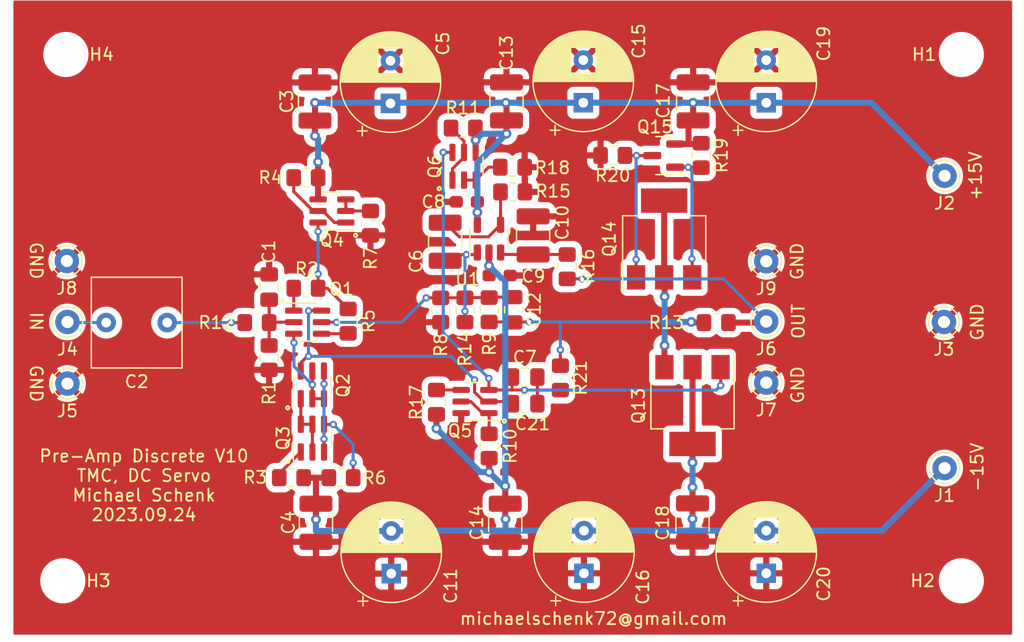
<source format=kicad_pcb>
(kicad_pcb (version 20221018) (generator pcbnew)
  (layers (0 "F.Cu" signal) (31 "B.Cu" signal) (34 "B.Paste" user) (35 "F.Paste" user) (36 "B.SilkS" user "B.Silkscreen") (37 "F.SilkS" user "F.Silkscreen") (38 "B.Mask" user) (39 "F.Mask" user) (44 "Edge.Cuts" user))
  (net 0 "")
  (net 1 "GND")
  (net 2 "+15V")
  (net 3 "Net-(Q1A-B1)")
  (net 4 "Net-(C2-Pad1)")
  (net 5 "-15V")
  (net 6 "Net-(J4-Pin_1)")
  (net 7 "Net-(U1--)")
  (net 8 "Net-(Q13-B)")
  (net 9 "Net-(C21-Pad1)")
  (net 10 "Net-(U1-+)")
  (net 11 "DCSERVO_OUT")
  (net 12 "DCSERVO_IN")
  (net 13 "Net-(Q13-E)")
  (net 14 "Net-(Q1B-B2)")
  (net 15 "Net-(Q1A-C1)")
  (net 16 "Net-(Q1A-E1)")
  (net 17 "Net-(Q1B-C2)")
  (net 18 "Net-(Q1B-E2)")
  (net 19 "Net-(Q2A-E1)")
  (net 20 "Net-(Q2B-E2)")
  (net 21 "Net-(Q3A-E1)")
  (net 22 "Net-(Q3B-E2)")
  (net 23 "Net-(Q4A-E1)")
  (net 24 "Net-(Q4A-B1)")
  (net 25 "Net-(Q4A-C1)")
  (net 26 "Net-(Q5A-E1)")
  (net 27 "Net-(Q5B-E2)")
  (net 28 "Net-(Q6A-E1)")
  (net 29 "Net-(Q6A-B1)")
  (net 30 "Net-(Q14-B)")
  (net 31 "Net-(Q14-E)")
  (footprint "Capacitor_THT:C_Rect_L7.2mm_W7.2mm_P5.00mm_FKS2_FKP2_MKS2_MKP2" (layer "F.Cu") (at 134.54 122.3264 180)
    (fp_text reference "C2")
    (fp_text value "3.3uF")
  )
  (footprint "MountingHole:MountingHole_3.2mm_M3" (layer "F.Cu") (at 125.984 143.51)
    (fp_text reference "H3")
    (fp_text value "MountingHole")
  )
  (footprint "Connector_Pin:Pin_D1.0mm_L10.0mm" (layer "F.Cu") (at 126.365 122.2756)
    (fp_text reference "J4")
    (fp_text value "Conn_01x01")
  )
  (footprint "Connector_Pin:Pin_D1.0mm_L10.0mm" (layer "F.Cu") (at 126.365 127.3302)
    (fp_text reference "J5")
    (fp_text value "Conn_01x01")
  )
  (footprint "Package_SO:SC-74-6_1.5x2.9mm_P0.95mm" (layer "F.Cu") (at 158.877 109.4994 90)
    (fp_text reference "Q6")
    (fp_text value "BCM857DS,115")
  )
  (footprint "Resistor_SMD:R_0805_2012Metric_Pad1.20x1.40mm_HandSolder" (layer "F.Cu") (at 142.9004 125.206 -90)
    (fp_text reference "R1")
    (fp_text value "10k")
  )
  (footprint "Resistor_SMD:R_0805_2012Metric_Pad1.20x1.40mm_HandSolder" (layer "F.Cu") (at 145.9136 119.507 180)
    (fp_text reference "R2")
    (fp_text value "180R")
  )
  (footprint "Resistor_SMD:R_0805_2012Metric_Pad1.20x1.40mm_HandSolder" (layer "F.Cu") (at 144.7292 135.0518)
    (fp_text reference "R3")
    (fp_text value "220R")
  )
  (footprint "Resistor_SMD:R_0805_2012Metric_Pad1.20x1.40mm_HandSolder" (layer "F.Cu") (at 149.3774 122.2088 -90)
    (fp_text reference "R5")
    (fp_text value "180R")
  )
  (footprint "Resistor_SMD:R_0805_2012Metric_Pad1.20x1.40mm_HandSolder" (layer "F.Cu") (at 148.7932 135.0518 180)
    (fp_text reference "R6")
    (fp_text value "220R")
  )
  (footprint "Resistor_SMD:R_0805_2012Metric_Pad1.20x1.40mm_HandSolder" (layer "F.Cu") (at 160.9344 121.2756 90)
    (fp_text reference "R9")
    (fp_text value "10k")
  )
  (footprint "Resistor_SMD:R_0805_2012Metric_Pad1.20x1.40mm_HandSolder" (layer "F.Cu") (at 160.9344 132.4516 -90)
    (fp_text reference "R10")
    (fp_text value "1k")
  )
  (footprint "MountingHole:MountingHole_3.2mm_M3" (layer "F.Cu") (at 199.644 143.51)
    (fp_text reference "H2")
    (fp_text value "MountingHole")
  )
  (footprint "MountingHole:MountingHole_3.2mm_M3" (layer "F.Cu") (at 199.644 100.33)
    (fp_text reference "H1")
    (fp_text value "MountingHole")
  )
  (footprint "Resistor_SMD:R_0805_2012Metric_Pad1.20x1.40mm_HandSolder" (layer "F.Cu") (at 158.8102 106.3697 180)
    (fp_text reference "R11")
    (fp_text value "75R")
  )
  (footprint "MountingHole:MountingHole_3.2mm_M3" (layer "F.Cu") (at 126.238 100.33)
    (fp_text reference "H4")
    (fp_text value "MountingHole")
  )
  (footprint "Resistor_SMD:R_0805_2012Metric_Pad1.20x1.40mm_HandSolder" (layer "F.Cu") (at 156.9659 121.2944 -90)
    (fp_text reference "R8")
    (fp_text value "4.7k")
  )
  (footprint "Connector_Pin:Pin_D1.0mm_L10.0mm" (layer "F.Cu") (at 183.652176 122.2375)
    (fp_text reference "J6")
    (fp_text value "Conn_01x01")
  )
  (footprint "Connector_Pin:Pin_D1.0mm_L10.0mm" (layer "F.Cu") (at 183.652176 127.254)
    (fp_text reference "J7")
    (fp_text value "Conn_01x01")
  )
  (footprint "Resistor_SMD:R_0805_2012Metric_Pad1.20x1.40mm_HandSolder" (layer "F.Cu") (at 179.553376 122.3264 180)
    (fp_text reference "R13")
    (fp_text value "47R")
  )
  (footprint "Capacitor_SMD:C_1210_3225Metric_Pad1.33x2.70mm_HandSolder" (layer "F.Cu") (at 157.3287 115.6931 90)
    (fp_text reference "C6")
    (fp_text value "1uF/16V")
  )
  (footprint "Capacitor_SMD:C_0603_1608Metric_Pad1.08x0.95mm_HandSolder" (layer "F.Cu") (at 159.1078 112.4204)
    (fp_text reference "C8")
    (fp_text value "100nF")
  )
  (footprint "Capacitor_SMD:C_0603_1608Metric_Pad1.08x0.95mm_HandSolder" (layer "F.Cu") (at 161.798 118.4656 180)
    (fp_text reference "C9")
    (fp_text value "100nF")
  )
  (footprint "Capacitor_SMD:C_1210_3225Metric_Pad1.33x2.70mm_HandSolder" (layer "F.Cu") (at 164.5423 115.1759 -90)
    (fp_text reference "C10")
    (fp_text value "1uF/16V")
  )
  (footprint "Connector_Pin:Pin_D1.0mm_L10.0mm" (layer "F.Cu") (at 198.2724 134.2644)
    (fp_text reference "J1")
    (fp_text value "Conn_01x01")
  )
  (footprint "Connector_Pin:Pin_D1.0mm_L10.0mm" (layer "F.Cu") (at 198.2724 110.2868)
    (fp_text reference "J2")
    (fp_text value "Conn_01x01")
  )
  (footprint "Connector_Pin:Pin_D1.0mm_L10.0mm" (layer "F.Cu") (at 198.2216 122.2756)
    (fp_text reference "J3")
    (fp_text value "Conn_01x01")
  )
  (footprint "Package_SO:SC-74-6_1.5x2.9mm_P0.95mm" (layer "F.Cu") (at 146.4462 131.8061 90)
    (fp_text reference "Q3")
    (fp_text value "BCM847DS,115")
  )
  (footprint "Package_SO:SC-74-6_1.5x2.9mm_P0.95mm" (layer "F.Cu") (at 148.0464 113.168655 180)
    (fp_text reference "Q4")
    (fp_text value "BCM857DS,115")
  )
  (footprint "Resistor_SMD:R_0805_2012Metric_Pad1.20x1.40mm_HandSolder" (layer "F.Cu") (at 145.9136 110.4392 180)
    (fp_text reference "R4")
    (fp_text value "150R")
  )
  (footprint "Resistor_SMD:R_0805_2012Metric_Pad1.20x1.40mm_HandSolder" (layer "F.Cu") (at 151.2062 114.170955 -90)
    (fp_text reference "R7")
    (fp_text value "10k")
  )
  (footprint "Resistor_SMD:R_0805_2012Metric_Pad1.20x1.40mm_HandSolder" (layer "F.Cu") (at 158.9532 121.2944 90)
    (fp_text reference "R14")
    (fp_text value "47k")
  )
  (footprint "Resistor_SMD:R_0805_2012Metric_Pad1.20x1.40mm_HandSolder" (layer "F.Cu") (at 162.8648 111.6076)
    (fp_text reference "R15")
    (fp_text value "160k")
  )
  (footprint "Resistor_SMD:R_0805_2012Metric_Pad1.20x1.40mm_HandSolder" (layer "F.Cu") (at 167.3352 117.7384 90)
    (fp_text reference "R16")
    (fp_text value "160k")
  )
  (footprint "Package_TO_SOT_SMD:TSOT-23-5" (layer "F.Cu") (at 160.9203 115.4411 90)
    (fp_text reference "U1")
    (fp_text value "OPA182IDBVR")
  )
  (footprint "Capacitor_SMD:C_0805_2012Metric_Pad1.18x1.45mm_HandSolder" (layer "F.Cu") (at 163.8515 126.7968)
    (fp_text reference "C7")
    (fp_text value "150pF/C0G")
  )
  (footprint "Package_SO:SC-74-6_1.5x2.9mm_P0.95mm" (layer "F.Cu") (at 146.0555 122.2908)
    (fp_text reference "Q1")
    (fp_text value "BCM857DS,115")
  )
  (footprint "Package_SO:SC-74-6_1.5x2.9mm_P0.95mm" (layer "F.Cu") (at 146.4412 127.4373 90)
    (fp_text reference "Q2")
    (fp_text value "BCM847DS,115")
  )
  (footprint "Package_SO:SC-74-6_1.5x2.9mm_P0.95mm" (layer "F.Cu") (at 159.7754 128.8034 180)
    (fp_text reference "Q5")
    (fp_text value "BCM847DS,115")
  )
  (footprint "Resistor_SMD:R_0805_2012Metric_Pad1.20x1.40mm_HandSolder" (layer "F.Cu") (at 171.069776 108.6104 180)
    (fp_text reference "R20")
    (fp_text value "10k")
  )
  (footprint "Package_TO_SOT_SMD:SOT-223-3_TabPin2" (layer "F.Cu") (at 175.284176 115.468 90)
    (fp_text reference "Q14")
    (fp_text value "DZT5401")
  )
  (footprint "Capacitor_SMD:C_0805_2012Metric_Pad1.18x1.45mm_HandSolder" (layer "F.Cu") (at 163.8515 128.9812 180)
    (fp_text reference "C21")
    (fp_text value "68pF/C0G")
  )
  (footprint "Capacitor_THT:CP_Radial_D8.0mm_P3.50mm" (layer "F.Cu") (at 168.7068 142.8952 90)
    (fp_text reference "C16")
    (fp_text value "220uF")
  )
  (footprint "Capacitor_SMD:C_1210_3225Metric_Pad1.33x2.70mm_HandSolder" (layer "F.Cu") (at 177.657776 104.1785 -90)
    (fp_text reference "C17")
    (fp_text value "100nF")
  )
  (footprint "Resistor_SMD:R_0805_2012Metric_Pad1.20x1.40mm_HandSolder" (layer "F.Cu") (at 156.6164 128.8542 -90)
    (fp_text reference "R17")
    (fp_text value "56")
  )
  (footprint "Connector_Pin:Pin_D1.0mm_L10.0mm" (layer "F.Cu") (at 126.3142 117.2718)
    (fp_text reference "J8")
    (fp_text value "Conn_01x01")
  )
  (footprint "Capacitor_THT:CP_Radial_D8.0mm_P3.50mm" (layer "F.Cu") (at 152.846212 104.3432 90)
    (fp_text reference "C5")
    (fp_text value "220uF")
  )
  (footprint "Capacitor_SMD:C_1210_3225Metric_Pad1.33x2.70mm_HandSolder" (layer "F.Cu") (at 146.7358 138.7471 -90)
    (fp_text reference "C4")
    (fp_text value "100nF")
  )
  (footprint "Package_TO_SOT_SMD:SOT-23" (layer "F.Cu") (at 175.247076 108.6256 180)
    (fp_text reference "Q15")
    (fp_text value "BC860C")
  )
  (footprint "Resistor_SMD:R_0805_2012Metric_Pad1.20x1.40mm_HandSolder" (layer "F.Cu") (at 178.318176 108.6104 -90)
    (fp_text reference "R19")
    (fp_text value "40.2R")
  )
  (footprint "Capacitor_THT:CP_Radial_D8.0mm_P3.50mm" (layer "F.Cu") (at 183.652176 104.2924 90)
    (fp_text reference "C19")
    (fp_text value "220uF")
  )
  (footprint "Connector_Pin:Pin_D1.0mm_L10.0mm" (layer "F.Cu") (at 183.652176 117.2972)
    (fp_text reference "J9")
    (fp_text value "Conn_01x01")
  )
  (footprint "Capacitor_THT:CP_Radial_D8.0mm_P3.50mm" (layer "F.Cu") (at 168.654107 104.2872 90)
    (fp_text reference "C15")
    (fp_text value "220uF")
  )
  (footprint "Capacitor_SMD:C_1210_3225Metric_Pad1.33x2.70mm_HandSolder" (layer "F.Cu") (at 162.3568 104.1785 -90)
    (fp_text reference "C13")
    (fp_text value "100nF")
  )
  (footprint "Resistor_SMD:R_0805_2012Metric_Pad1.20x1.40mm_HandSolder" (layer "F.Cu") (at 162.8488 109.5756)
    (fp_text reference "R18")
    (fp_text value "10k")
  )
  (footprint "Capacitor_SMD:C_0805_2012Metric_Pad1.18x1.45mm_HandSolder" (layer "F.Cu") (at 162.941 121.2756 90)
    (fp_text reference "C12")
    (fp_text value "4.7pF/C0G")
  )
  (footprint "Capacitor_SMD:C_1210_3225Metric_Pad1.33x2.70mm_HandSolder" (layer "F.Cu") (at 146.6596 104.1908 -90)
    (fp_text reference "C3")
    (fp_text value "100nF")
  )
  (footprint "Resistor_SMD:R_0805_2012Metric_Pad1.20x1.40mm_HandSolder" (layer "F.Cu") (at 141.9004 122.3264)
    (fp_text reference "R12")
    (fp_text value "0R")
  )
  (footprint "Capacitor_SMD:C_1210_3225Metric_Pad1.33x2.70mm_HandSolder" (layer "F.Cu") (at 177.606976 138.7225 -90)
    (fp_text reference "C18")
    (fp_text value "100nF")
  )
  (footprint "Package_TO_SOT_SMD:SOT-223-3_TabPin2" (layer "F.Cu") (at 177.606976 129.134 -90)
    (fp_text reference "Q13")
    (fp_text value "DZT5401")
  )
  (footprint "Capacitor_SMD:C_1210_3225Metric_Pad1.33x2.70mm_HandSolder" (layer "F.Cu") (at 162.2552 138.7471 -90)
    (fp_text reference "C14")
    (fp_text value "100nF")
  )
  (footprint "Capacitor_SMD:C_0805_2012Metric_Pad1.18x1.45mm_HandSolder" (layer "F.Cu") (at 142.9004 119.4093 -90)
    (fp_text reference "C1")
    (fp_text value "33p")
  )
  (footprint "Resistor_SMD:R_0805_2012Metric_Pad1.20x1.40mm_HandSolder" (layer "F.Cu") (at 166.7764 126.8636 -90)
    (fp_text reference "R21")
    (fp_text value "1k")
  )
  (footprint "Capacitor_THT:CP_Radial_D8.0mm_P3.50mm" (layer "F.Cu") (at 183.652176 142.8952 90)
    (fp_text reference "C20")
    (fp_text value "220uF")
  )
  (footprint "Capacitor_THT:CP_Radial_D8.0mm_P3.50mm" (layer "F.Cu") (at 152.908 142.9206 90)
    (fp_text reference "C11")
    (fp_text value "220uF")
  )
  (gr_line (start 203.835 95.885) (end 121.92 95.885) (stroke (width 0.05)) (layer "Edge.Cuts"))
  (gr_line (start 203.835 147.955) (end 203.835 95.885) (stroke (width 0.05)) (layer "Edge.Cuts"))
  (gr_line (start 121.92 95.885) (end 121.92 96.52) (stroke (width 0.05)) (layer "Edge.Cuts"))
  (gr_line (start 121.92 96.52) (end 121.92 147.955) (stroke (width 0.05)) (layer "Edge.Cuts"))
  (gr_line (start 121.92 147.955) (end 203.835 147.955) (stroke (width 0.05)) (layer "Edge.Cuts"))
  (gr_text "GND" (at 186.2328 127.4318 90) (layer "F.SilkS") (effects (font (size 1 1))))
  (gr_text "OUT" (at 186.2836 122.2248 90) (layer "F.SilkS") (effects (font (size 1 1))))
  (gr_text "GND" (at 200.9521 122.2756 90) (layer "F.SilkS") (effects (font (size 1 1))))
  (gr_text "Pre-Amp Discrete V10\nTMC, DC Servo\nMichael Schenk\n2023.09.24" (at 132.6388 135.6868) (layer "F.SilkS") (effects (font (size 1 1))))
  (gr_text "michaelschenk72@gmail.com" (at 169.4942 146.6088) (layer "F.SilkS") (effects (font (size 1 1))))
  (gr_text "+15V" (at 200.8124 110.2868 90) (layer "F.SilkS") (effects (font (size 1 1))))
  (gr_text "°" (at 144.4244 129.7178) (layer "F.SilkS") (effects (font (size 1 1))))
  (gr_text "GND" (at 186.182 117.2972 90) (layer "F.SilkS") (effects (font (size 1 1))))
  (gr_text "IN" (at 123.7996 122.2248 270) (layer "F.SilkS") (effects (font (size 1 1))))
  (gr_text "°" (at 144.4244 134.112) (layer "F.SilkS") (effects (font (size 1 1))))
  (gr_text "GND" (at 123.7996 117.2464 270) (layer "F.SilkS") (effects (font (size 1 1))))
  (gr_text "°" (at 156.845 111.7346) (layer "F.SilkS") (effects (font (size 1 1))))
  (gr_text "-15V" (at 200.9394 134.1882 90) (layer "F.SilkS") (effects (font (size 1 1))))
  (gr_text "°" (at 149.987 115.57) (layer "F.SilkS") (effects (font (size 1 1))))
  (gr_text "°" (at 143.9418 120.9802) (layer "F.SilkS") (effects (font (size 1 1))))
  (gr_text "°" (at 162.179 130.81) (layer "F.SilkS") (effects (font (size 1 1))))
  (gr_text "GND" (at 123.7996 127.3302 270) (layer "F.SilkS") (effects (font (size 1 1))))
  (segment (start 158.2453 112.4204) (end 156.4386 112.4204) (width 0.5) (layer "F.Cu") (net 1))
  (segment (start 158.6379 131.1297) (end 158.6484 131.1402) (width 0.5) (layer "F.Cu") (net 1))
  (segment (start 162.6605 118.4656) (end 164.211 118.4656) (width 0.5) (layer "F.Cu") (net 1))
  (segment (start 164.211 118.4656) (end 165.354 119.6086) (width 0.5) (layer "F.Cu") (net 1))
  (segment (start 158.6379 129.7534) (end 158.6379 131.1297) (width 0.5) (layer "F.Cu") (net 1))
  (segment (start 156.4386 112.4204) (end 155.2956 111.2774) (width 0.5) (layer "F.Cu") (net 1))
  (segment (start 162.3568 105.741) (end 162.3568 104.3432) (width 0.5) (layer "F.Cu") (net 2))
  (segment (start 146.6596 104.2924) (end 146.6596 105.7533) (width 0.5) (layer "F.Cu") (net 2))
  (segment (start 162.3568 104.3432) (end 162.3008 104.2872) (width 0.5) (layer "F.Cu") (net 2))
  (segment (start 146.9136 110.4392) (end 146.9136 109.1438) (width 0.5) (layer "F.Cu") (net 2))
  (segment (start 146.9089 112.218655) (end 146.9089 110.4439) (width 0.5) (layer "F.Cu") (net 2))
  (segment (start 177.657776 105.741) (end 177.657776 104.2924) (width 0.5) (layer "F.Cu") (net 2))
  (segment (start 162.3568 105.741) (end 162.3568 106.8324) (width 0.5) (layer "F.Cu") (net 2))
  (segment (start 159.827 107.3556) (end 159.827 106.3865) (width 0.5) (layer "F.Cu") (net 2))
  (segment (start 177.281776 107.6756) (end 177.281776 106.117) (width 0.5) (layer "F.Cu") (net 2))
  (segment (start 159.9703 114.3036) (end 159.9703 113.2829) (width 0.5) (layer "F.Cu") (net 2))
  (segment (start 159.827 106.3865) (end 159.8102 106.3697) (width 0.5) (layer "F.Cu") (net 2))
  (segment (start 146.9089 110.4439) (end 146.9136 110.4392) (width 0.5) (layer "F.Cu") (net 2))
  (segment (start 146.6596 107.0102) (end 146.6596 105.7533) (width 0.5) (layer "F.Cu") (net 2))
  (segment (start 159.827 108.3619) (end 159.827 107.3556) (width 0.5) (layer "F.Cu") (net 2))
  (segment (start 177.281776 107.6756) (end 178.252976 107.6756) (width 0.5) (layer "F.Cu") (net 2))
  (segment (start 159.9703 113.2829) (end 159.9703 112.4204) (width 0.5) (layer "F.Cu") (net 2))
  (segment (start 176.184576 107.6756) (end 177.281776 107.6756) (width 0.5) (layer "F.Cu") (net 2))
  (via (at 159.827 107.3556) (size 0.8) (drill 0.4) (layers "F.Cu" "B.Cu") (net 2))
  (via (at 146.6596 104.2924) (size 0.8) (drill 0.4) (layers "F.Cu" "B.Cu") (net 2))
  (via (at 146.6596 107.0102) (size 0.8) (drill 0.4) (layers "F.Cu" "B.Cu") (net 2))
  (via (at 159.9703 113.2829) (size 0.8) (drill 0.4) (layers "F.Cu" "B.Cu") (net 2))
  (via (at 162.3008 104.2872) (size 0.8) (drill 0.4) (layers "F.Cu" "B.Cu") (net 2))
  (via (at 162.3568 106.8324) (size 0.8) (drill 0.4) (layers "F.Cu" "B.Cu") (net 2))
  (via (at 177.657776 104.2924) (size 0.8) (drill 0.4) (layers "F.Cu" "B.Cu") (net 2))
  (via (at 146.9136 109.1438) (size 0.8) (drill 0.4) (layers "F.Cu" "B.Cu") (net 2))
  (segment (start 177.652576 104.2872) (end 168.654107 104.2872) (width 0.5) (layer "B.Cu") (net 2))
  (segment (start 177.657776 104.2924) (end 177.652576 104.2872) (width 0.5) (layer "B.Cu") (net 2))
  (segment (start 162.3008 104.2872) (end 150.5764 104.2872) (width 0.5) (layer "B.Cu") (net 2))
  (segment (start 168.654107 104.2872) (end 162.3008 104.2872) (width 0.5) (layer "B.Cu") (net 2))
  (segment (start 160.3502 106.8324) (end 159.827 107.3556) (width 0.5) (layer "B.Cu") (net 2))
  (segment (start 146.9136 107.2642) (end 146.6596 107.0102) (width 0.5) (layer "B.Cu") (net 2))
  (segment (start 159.9703 109.2189) (end 162.3568 106.8324) (width 0.5) (layer "B.Cu") (net 2))
  (segment (start 150.5764 104.2872) (end 150.5712 104.2924) (width 0.5) (layer "B.Cu") (net 2))
  (segment (start 150.5712 104.2924) (end 146.6596 104.2924) (width 0.5) (layer "B.Cu") (net 2))
  (segment (start 183.652176 104.2924) (end 177.657776 104.2924) (width 0.5) (layer "B.Cu") (net 2))
  (segment (start 162.3568 106.8324) (end 160.3502 106.8324) (width 0.5) (layer "B.Cu") (net 2))
  (segment (start 183.652176 104.2924) (end 192.278 104.2924) (width 0.5) (layer "B.Cu") (net 2))
  (segment (start 192.278 104.2924) (end 198.2724 110.2868) (width 0.5) (layer "B.Cu") (net 2))
  (segment (start 146.9136 109.1438) (end 146.9136 107.2642) (width 0.5) (layer "B.Cu") (net 2))
  (segment (start 159.9703 113.2829) (end 159.9703 109.2189) (width 0.5) (layer "B.Cu") (net 2))
  (segment (start 144.918 122.2908) (end 142.936 122.2908) (width 0.25) (layer "F.Cu") (net 3))
  (segment (start 142.936 122.2908) (end 142.9004 122.3264) (width 0.25) (layer "F.Cu") (net 3))
  (segment (start 142.9004 124.206) (end 142.9004 122.3264) (width 0.25) (layer "F.Cu") (net 3))
  (segment (start 142.9004 122.3264) (end 142.9004 120.4468) (width 0.25) (layer "F.Cu") (net 3))
  (segment (start 140.9004 122.3264) (end 139.8016 122.3264) (width 0.25) (layer "F.Cu") (net 4))
  (via (at 139.8016 122.3264) (size 0.6) (drill 0.3) (layers "F.Cu" "B.Cu") (net 4))
  (segment (start 139.8016 122.3264) (end 134.54 122.3264) (width 0.25) (layer "B.Cu") (net 4))
  (segment (start 146.7358 138.4808) (end 146.7358 137.1846) (width 0.5) (layer "F.Cu") (net 5))
  (segment (start 146.7358 135.0518) (end 145.7292 135.0518) (width 0.5) (layer "F.Cu") (net 5))
  (segment (start 160.9203 117.6669) (end 160.9203 118.4504) (width 0.5) (layer "F.Cu") (net 5))
  (segment (start 160.9344 133.4516) (end 160.9344 134.5946) (width 0.5) (layer "F.Cu") (net 5))
  (segment (start 177.606976 132.284) (end 177.606976 125.984) (width 0.5) (layer "F.Cu") (net 5))
  (segment (start 146.7358 137.1846) (end 146.7358 135.0518) (width 0.5) (layer "F.Cu") (net 5))
  (segment (start 177.606976 133.8072) (end 177.606976 132.284) (width 0.5) (layer "F.Cu") (net 5))
  (segment (start 162.2552 137.1846) (end 162.2552 138.43) (width 0.5) (layer "F.Cu") (net 5))
  (segment (start 160.9203 116.5786) (end 160.9203 117.6669) (width 0.5) (layer "F.Cu") (net 5))
  (segment (start 177.606976 137.16) (end 177.606976 138.43) (width 0.5) (layer "F.Cu") (net 5))
  (segment (start 147.7932 135.0518) (end 146.7358 135.0518) (width 0.5) (layer "F.Cu") (net 5))
  (segment (start 156.6164 129.8542) (end 156.6164 131.0132) (width 0.5) (layer "F.Cu") (net 5))
  (segment (start 177.606976 137.16) (end 177.606976 135.8392) (width 0.5) (layer "F.Cu") (net 5))
  (segment (start 162.2552 138.43) (end 162.2806 138.4554) (width 0.5) (layer "F.Cu") (net 5))
  (segment (start 162.2552 137.1846) (end 162.2552 135.7376) (width 0.5) (layer "F.Cu") (net 5))
  (via (at 162.2552 135.7376) (size 0.8) (drill 0.4) (layers "F.Cu" "B.Cu") (net 5))
  (via (at 177.606976 138.43) (size 0.8) (drill 0.4) (layers "F.Cu" "B.Cu") (net 5))
  (via (at 160.9203 117.6669) (size 0.8) (drill 0.4) (layers "F.Cu" "B.Cu") (net 5))
  (via (at 177.606976 135.8392) (size 0.8) (drill 0.4) (layers "F.Cu" "B.Cu") (net 5))
  (via (at 162.2806 138.4554) (size 0.8) (drill 0.4) (layers "F.Cu" "B.Cu") (net 5))
  (via (at 156.6164 131.0132) (size 0.8) (drill 0.4) (layers "F.Cu" "B.Cu") (net 5))
  (via (at 146.7358 138.4808) (size 0.8) (drill 0.4) (layers "F.Cu" "B.Cu") (net 5))
  (via (at 177.606976 133.8072) (size 0.8) (drill 0.4) (layers "F.Cu" "B.Cu") (net 5))
  (via (at 160.9344 134.5946) (size 0.8) (drill 0.4) (layers "F.Cu" "B.Cu") (net 5))
  (segment (start 177.606976 138.43) (end 177.606976 139.192) (width 0.5) (layer "B.Cu") (net 5))
  (segment (start 177.403776 139.3952) (end 168.7068 139.3952) (width 0.5) (layer "B.Cu") (net 5))
  (segment (start 183.652176 139.3952) (end 177.403776 139.3952) (width 0.5) (layer "B.Cu") (net 5))
  (segment (start 162.2552 119.0018) (end 160.9203 117.6669) (width 0.5) (layer "B.Cu") (net 5))
  (segment (start 168.7068 139.3952) (end 162.2806 139.3952) (width 0.5) (layer "B.Cu") (net 5))
  (segment (start 162.0774 135.7376) (end 160.9344 134.5946) (width 0.5) (layer "B.Cu") (net 5))
  (segment (start 162.2806 138.4554) (end 162.2806 139.3952) (width 0.5) (layer "B.Cu") (net 5))
  (segment (start 162.2552 135.7376) (end 162.0774 135.7376) (width 0.5) (layer "B.Cu") (net 5))
  (segment (start 193.1416 139.3952) (end 198.2724 134.2644) (width 0.5) (layer "B.Cu") (net 5))
  (segment (start 177.606976 139.192) (end 177.403776 139.3952) (width 0.5) (layer "B.Cu") (net 5))
  (segment (start 183.652176 139.3952) (end 193.1416 139.3952) (width 0.5) (layer "B.Cu") (net 5))
  (segment (start 177.606976 135.8392) (end 177.606976 133.8072) (width 0.5) (layer "B.Cu") (net 5))
  (segment (start 162.2806 139.3952) (end 152.9334 139.3952) (width 0.5) (layer "B.Cu") (net 5))
  (segment (start 146.7358 139.4206) (end 146.7358 138.4808) (width 0.5) (layer "B.Cu") (net 5))
  (segment (start 152.908 139.4206) (end 146.7358 139.4206) (width 0.5) (layer "B.Cu") (net 5))
  (segment (start 160.9344 134.5946) (end 160.1978 134.5946) (width 0.5) (layer "B.Cu") (net 5))
  (segment (start 162.2552 135.7376) (end 162.2552 119.0018) (width 0.5) (layer "B.Cu") (net 5))
  (segment (start 160.1978 134.5946) (end 156.6164 131.0132) (width 0.5) (layer "B.Cu") (net 5))
  (segment (start 129.54 122.3264) (end 126.4158 122.3264) (width 0.25) (layer "B.Cu") (net 6))
  (segment (start 161.8703 114.3036) (end 161.8703 111.6131) (width 0.25) (layer "F.Cu") (net 7))
  (segment (start 161.8703 114.3036) (end 160.8828 115.2911) (width 0.25) (layer "F.Cu") (net 7))
  (segment (start 158.4892 115.2911) (end 157.3287 114.1306) (width 0.25) (layer "F.Cu") (net 7))
  (segment (start 160.8828 115.2911) (end 158.4892 115.2911) (width 0.25) (layer "F.Cu") (net 7))
  (segment (start 160.9129 127.8534) (end 160.9129 126.9023) (width 0.25) (layer "F.Cu") (net 8))
  (segment (start 163.8198 127.8534) (end 163.83 127.8636) (width 0.25) (layer "F.Cu") (net 8))
  (segment (start 162.814 127.8534) (end 163.8198 127.8534) (width 0.25) (layer "F.Cu") (net 8))
  (segment (start 160.9129 126.9023) (end 160.909 126.8984) (width 0.25) (layer "F.Cu") (net 8))
  (segment (start 160.9129 127.8534) (end 162.814 127.8534) (width 0.25) (layer "F.Cu") (net 8))
  (segment (start 162.814 126.7968) (end 162.814 127.8534) (width 0.25) (layer "F.Cu") (net 8))
  (segment (start 179.918376 127.4826) (end 179.918376 125.9954) (width 0.25) (layer "F.Cu") (net 8))
  (segment (start 157.1807 108.3619) (end 157.1752 108.3564) (width 0.25) (layer "F.Cu") (net 8))
  (segment (start 157.927 108.3619) (end 157.1807 108.3619) (width 0.25) (layer "F.Cu") (net 8))
  (via (at 179.918376 127.4826) (size 0.6) (drill 0.3) (layers "F.Cu" "B.Cu") (net 8))
  (via (at 157.1752 108.3564) (size 0.6) (drill 0.3) (layers "F.Cu" "B.Cu") (net 8))
  (via (at 160.909 126.8984) (size 0.6) (drill 0.3) (layers "F.Cu" "B.Cu") (net 8))
  (via (at 163.83 127.8636) (size 0.6) (drill 0.3) (layers "F.Cu" "B.Cu") (net 8))
  (segment (start 163.83 127.8636) (end 179.537376 127.8636) (width 0.25) (layer "B.Cu") (net 8))
  (segment (start 160.909 126.8984) (end 157.1752 123.1646) (width 0.25) (layer "B.Cu") (net 8))
  (segment (start 157.1752 123.1646) (end 157.1752 108.3564) (width 0.25) (layer "B.Cu") (net 8))
  (segment (start 179.537376 127.8636) (end 179.918376 127.4826) (width 0.25) (layer "B.Cu") (net 8))
  (segment (start 164.889 127.8636) (end 164.889 126.7968) (width 0.25) (layer "F.Cu") (net 9))
  (segment (start 166.7764 127.8636) (end 164.889 127.8636) (width 0.25) (layer "F.Cu") (net 9))
  (segment (start 164.889 128.9812) (end 164.889 127.8636) (width 0.25) (layer "F.Cu") (net 9))
  (segment (start 167.3352 116.7384) (end 164.5423 116.7384) (width 0.25) (layer "F.Cu") (net 10))
  (segment (start 164.5423 116.7384) (end 161.883 116.7384) (width 0.25) (layer "F.Cu") (net 10))
  (segment (start 159.0686 116.7511) (end 157.8332 116.7511) (width 0.25) (layer "F.Cu") (net 11))
  (segment (start 158.9532 122.2944) (end 158.9532 121.3939) (width 0.25) (layer "F.Cu") (net 11))
  (segment (start 159.9703 116.7511) (end 159.0686 116.7511) (width 0.25) (layer "F.Cu") (net 11))
  (via (at 159.0686 116.7511) (size 0.6) (drill 0.3) (layers "F.Cu" "B.Cu") (net 11))
  (via (at 158.9532 121.3939) (size 0.6) (drill 0.3) (layers "F.Cu" "B.Cu") (net 11))
  (segment (start 158.9532 121.3939) (end 158.9532 116.8665) (width 0.25) (layer "B.Cu") (net 11))
  (segment (start 158.9532 116.8665) (end 159.0686 116.7511) (width 0.25) (layer "B.Cu") (net 11))
  (segment (start 167.3352 118.7384) (end 168.5478 118.7384) (width 0.25) (layer "F.Cu") (net 12))
  (segment (start 180.553376 122.3264) (end 183.563276 122.3264) (width 0.5) (layer "F.Cu") (net 12))
  (segment (start 168.5478 118.7384) (end 168.5544 118.745) (width 0.25) (layer "F.Cu") (net 12))
  (via (at 168.5544 118.745) (size 0.6) (drill 0.3) (layers "F.Cu" "B.Cu") (net 12))
  (segment (start 180.159676 118.745) (end 183.652176 122.2375) (width 0.25) (layer "B.Cu") (net 12))
  (segment (start 168.5544 118.745) (end 180.159676 118.745) (width 0.25) (layer "B.Cu") (net 12))
  (segment (start 175.306976 125.984) (end 175.306976 124.22) (width 0.5) (layer "F.Cu") (net 13))
  (segment (start 166.7764 125.8636) (end 166.7764 124.5616) (width 0.25) (layer "F.Cu") (net 13))
  (segment (start 177.556176 122.3264) (end 177.505376 122.2756) (width 0.5) (layer "F.Cu") (net 13))
  (segment (start 160.9344 122.2756) (end 164.2364 122.2756) (width 0.25) (layer "F.Cu") (net 13))
  (segment (start 175.306976 124.22) (end 175.320976 124.206) (width 0.5) (layer "F.Cu") (net 13))
  (segment (start 175.284176 118.618) (end 175.284176 112.318) (width 0.5) (layer "F.Cu") (net 13))
  (segment (start 178.553376 122.3264) (end 177.556176 122.3264) (width 0.5) (layer "F.Cu") (net 13))
  (segment (start 175.320976 120.1928) (end 175.320976 118.6548) (width 0.5) (layer "F.Cu") (net 13))
  (via (at 175.320976 120.1928) (size 0.8) (drill 0.4) (layers "F.Cu" "B.Cu") (net 13))
  (via (at 175.320976 124.206) (size 0.8) (drill 0.4) (layers "F.Cu" "B.Cu") (net 13))
  (via (at 166.7764 124.5616) (size 0.6) (drill 0.3) (layers "F.Cu" "B.Cu") (net 13))
  (via (at 164.2364 122.2756) (size 0.6) (drill 0.3) (layers "F.Cu" "B.Cu") (net 13))
  (via (at 177.505376 122.2756) (size 0.8) (drill 0.4) (layers "F.Cu" "B.Cu") (net 13))
  (segment (start 175.320976 124.206) (end 175.320976 122.3772) (width 0.5) (layer "B.Cu") (net 13))
  (segment (start 164.2364 122.2756) (end 166.6748 122.2756) (width 0.25) (layer "B.Cu") (net 13))
  (segment (start 175.320976 122.3772) (end 175.320976 120.1928) (width 0.5) (layer "B.Cu") (net 13))
  (segment (start 166.6748 122.2756) (end 175.422576 122.2756) (width 0.25) (layer "B.Cu") (net 13))
  (segment (start 175.422576 122.2756) (end 175.320976 122.3772) (width 0.5) (layer "B.Cu") (net 13))
  (segment (start 177.505376 122.2756) (end 175.422576 122.2756) (width 0.5) (layer "B.Cu") (net 13))
  (segment (start 166.7764 124.5616) (end 166.7764 122.3772) (width 0.25) (layer "B.Cu") (net 13))
  (segment (start 166.7764 122.3772) (end 166.6748 122.2756) (width 0.25) (layer "B.Cu") (net 13))
  (segment (start 148.403535 122.2908) (end 148.41995 122.307215) (width 0.25) (layer "F.Cu") (net 14))
  (segment (start 155.7782 120.2944) (end 156.9659 120.2944) (width 0.25) (layer "F.Cu") (net 14))
  (segment (start 160.9344 120.2756) (end 158.972 120.2756) (width 0.25) (layer "F.Cu") (net 14))
  (segment (start 162.941 120.2381) (end 160.9719 120.2381) (width 0.25) (layer "F.Cu") (net 14))
  (segment (start 158.9532 120.2944) (end 156.9659 120.2944) (width 0.25) (layer "F.Cu") (net 14))
  (segment (start 160.9719 120.2381) (end 160.9344 120.2756) (width 0.25) (layer "F.Cu") (net 14))
  (segment (start 147.193 122.2908) (end 148.403535 122.2908) (width 0.25) (layer "F.Cu") (net 14))
  (via (at 155.7782 120.2944) (size 0.6) (drill 0.3) (layers "F.Cu" "B.Cu") (net 14))
  (via (at 148.41995 122.307215) (size 0.6) (drill 0.3) (layers "F.Cu" "B.Cu") (net 14))
  (segment (start 148.41995 122.307215) (end 153.765385 122.307215) (width 0.25) (layer "B.Cu") (net 14))
  (segment (start 153.765385 122.307215) (end 155.7782 120.2944) (width 0.25) (layer "B.Cu") (net 14))
  (segment (start 159.7406 128.029996) (end 159.7406 127.0254) (width 0.25) (layer "F.Cu") (net 15))
  (segment (start 146.1262 125.095) (end 146.0246 125.095) (width 0.25) (layer "F.Cu") (net 15))
  (segment (start 160.9129 128.8034) (end 160.514004 128.8034) (width 0.25) (layer "F.Cu") (net 15))
  (segment (start 162.6362 128.8034) (end 162.814 128.9812) (width 0.25) (layer "F.Cu") (net 15))
  (segment (start 146.1504 121.3408) (end 146.13 121.3612) (width 0.25) (layer "F.Cu") (net 15))
  (segment (start 147.193 121.3408) (end 146.1504 121.3408) (width 0.25) (layer "F.Cu") (net 15))
  (segment (start 160.9129 128.8034) (end 162.6362 128.8034) (width 0.25) (layer "F.Cu") (net 15))
  (segment (start 160.514004 128.8034) (end 159.7406 128.029996) (width 0.25) (layer "F.Cu") (net 15))
  (segment (start 146.0246 125.095) (end 145.542 125.5776) (width 0.25) (layer "F.Cu") (net 15))
  (via (at 159.7406 127.0254) (size 0.6) (drill 0.3) (layers "F.Cu" "B.Cu") (net 15))
  (via (at 146.1262 125.095) (size 0.6) (drill 0.3) (layers "F.Cu" "B.Cu") (net 15))
  (via (at 146.13 121.3612) (size 0.6) (drill 0.3) (layers "F.Cu" "B.Cu") (net 15))
  (segment (start 146.1262 125.095) (end 157.8102 125.095) (width 0.25) (layer "B.Cu") (net 15))
  (segment (start 146.1262 121.365) (end 146.1262 125.095) (width 0.25) (layer "B.Cu") (net 15))
  (segment (start 157.8102 125.095) (end 159.7406 127.0254) (width 0.25) (layer "B.Cu") (net 15))
  (segment (start 146.13 121.3612) (end 146.1262 121.365) (width 0.25) (layer "B.Cu") (net 15))
  (segment (start 144.918 121.3408) (end 144.918 119.5114) (width 0.25) (layer "F.Cu") (net 16))
  (segment (start 144.918 119.5114) (end 144.9136 119.507) (width 0.25) (layer "F.Cu") (net 16))
  (segment (start 144.918 123.963) (end 144.9324 123.9774) (width 0.25) (layer "F.Cu") (net 17))
  (segment (start 144.918 123.2408) (end 144.918 123.963) (width 0.25) (layer "F.Cu") (net 17))
  (segment (start 146.4412 127.4216) (end 146.4412 126.2998) (width 0.25) (layer "F.Cu") (net 17))
  (segment (start 147.3912 128.5748) (end 146.4412 128.5748) (width 0.25) (layer "F.Cu") (net 17))
  (segment (start 146.4412 128.5748) (end 146.4412 127.4216) (width 0.25) (layer "F.Cu") (net 17))
  (via (at 144.9324 123.9774) (size 0.6) (drill 0.3) (layers "F.Cu" "B.Cu") (net 17))
  (via (at 146.4412 127.4216) (size 0.6) (drill 0.3) (layers "F.Cu" "B.Cu") (net 17))
  (segment (start 144.9324 125.9128) (end 146.4412 127.4216) (width 0.25) (layer "B.Cu") (net 17))
  (segment (start 144.9324 123.9774) (end 144.9324 125.9128) (width 0.25) (layer "B.Cu") (net 17))
  (segment (start 147.193 123.2408) (end 149.3454 123.2408) (width 0.25) (layer "F.Cu") (net 18))
  (segment (start 149.3454 123.2408) (end 149.3774 123.2088) (width 0.25) (layer "F.Cu") (net 18))
  (segment (start 146.4462 132.9436) (end 146.4462 130.6686) (width 0.25) (layer "F.Cu") (net 19))
  (segment (start 145.4962 128.5798) (end 145.4912 128.5748) (width 0.25) (layer "F.Cu") (net 19))
  (segment (start 146.4462 130.6686) (end 145.4962 130.6686) (width 0.25) (layer "F.Cu") (net 19))
  (segment (start 145.4962 130.6686) (end 145.4962 128.5798) (width 0.25) (layer "F.Cu") (net 19))
  (segment (start 147.3962 127.3628) (end 147.3962 126.3048) (width 0.25) (layer "F.Cu") (net 20))
  (segment (start 147.3962 132.9436) (end 147.3962 131.8806) (width 0.25) (layer "F.Cu") (net 20))
  (segment (start 147.3962 126.3048) (end 147.3912 126.2998) (width 0.25) (layer "F.Cu") (net 20))
  (via (at 147.3962 127.3628) (size 0.6) (drill 0.3) (layers "F.Cu" "B.Cu") (net 20))
  (via (at 147.3962 131.8806) (size 0.6) (drill 0.3) (layers "F.Cu" "B.Cu") (net 20))
  (segment (start 147.3962 131.8806) (end 147.3962 127.3628) (width 0.25) (layer "B.Cu") (net 20))
  (segment (start 143.7292 134.7106) (end 145.4962 132.9436) (width 0.25) (layer "F.Cu") (net 21))
  (segment (start 143.7292 135.0518) (end 143.7292 134.7106) (width 0.25) (layer "F.Cu") (net 21))
  (segment (start 149.7932 135.0518) (end 149.7932 133.842) (width 0.25) (layer "F.Cu") (net 22))
  (segment (start 149.7932 133.842) (end 149.7838 133.8326) (width 0.25) (layer "F.Cu") (net 22))
  (segment (start 148.1582 130.683) (end 147.4106 130.683) (width 0.25) (layer "F.Cu") (net 22))
  (segment (start 147.4106 130.683) (end 147.3962 130.6686) (width 0.25) (layer "F.Cu") (net 22))
  (via (at 148.1582 130.683) (size 0.6) (drill 0.3) (layers "F.Cu" "B.Cu") (net 22))
  (via (at 149.7838 133.8326) (size 0.6) (drill 0.3) (layers "F.Cu" "B.Cu") (net 22))
  (segment (start 148.1582 130.683) (end 149.7838 132.3086) (width 0.25) (layer "B.Cu") (net 22))
  (segment (start 149.7838 132.3086) (end 149.7838 133.8326) (width 0.25) (layer "B.Cu") (net 22))
  (segment (start 146.9089 113.168655) (end 146.510004 113.168655) (width 0.25) (layer "F.Cu") (net 23))
  (segment (start 146.510004 113.168655) (end 144.9136 111.572251) (width 0.25) (layer "F.Cu") (net 23))
  (segment (start 147.307796 113.168655) (end 146.9089 113.168655) (width 0.25) (layer "F.Cu") (net 23))
  (segment (start 148.257796 114.118655) (end 147.307796 113.168655) (width 0.25) (layer "F.Cu") (net 23))
  (segment (start 149.1839 114.118655) (end 148.257796 114.118655) (width 0.25) (layer "F.Cu") (net 23))
  (segment (start 144.9136 111.572251) (end 144.9136 110.4392) (width 0.25) (layer "F.Cu") (net 23))
  (segment (start 149.1862 113.170955) (end 149.1839 113.168655) (width 0.25) (layer "F.Cu") (net 24))
  (segment (start 149.1839 113.168655) (end 149.1839 112.218655) (width 0.25) (layer "F.Cu") (net 24))
  (segment (start 151.2062 113.170955) (end 149.1862 113.170955) (width 0.25) (layer "F.Cu") (net 24))
  (segment (start 146.9089 114.118655) (end 146.9089 114.8541) (width 0.25) (layer "F.Cu") (net 25))
  (segment (start 146.9136 118.3386) (end 146.9136 119.507) (width 0.25) (layer "F.Cu") (net 25))
  (segment (start 146.9089 114.8541) (end 146.9136 114.8588) (width 0.25) (layer "F.Cu") (net 25))
  (segment (start 146.9136 119.507) (end 147.6756 119.507) (width 0.25) (layer "F.Cu") (net 25))
  (segment (start 147.6756 119.507) (end 149.3774 121.2088) (width 0.25) (layer "F.Cu") (net 25))
  (via (at 146.9136 118.3386) (size 0.6) (drill 0.3) (layers "F.Cu" "B.Cu") (net 25))
  (via (at 146.9136 114.8588) (size 0.6) (drill 0.3) (layers "F.Cu" "B.Cu") (net 25))
  (segment (start 146.9136 114.8588) (end 146.9136 118.3386) (width 0.25) (layer "B.Cu") (net 25))
  (segment (start 159.4358 128.8034) (end 158.6379 128.8034) (width 0.25) (layer "F.Cu") (net 26))
  (segment (start 160.3858 129.7534) (end 159.4358 128.8034) (width 0.25) (layer "F.Cu") (net 26))
  (segment (start 160.9129 129.7534) (end 160.3858 129.7534) (width 0.25) (layer "F.Cu") (net 26))
  (segment (start 160.9344 129.7749) (end 160.9129 129.7534) (width 0.25) (layer "F.Cu") (net 26))
  (segment (start 160.9344 131.4516) (end 160.9344 129.7749) (width 0.25) (layer "F.Cu") (net 26))
  (segment (start 158.6379 127.8534) (end 156.6172 127.8534) (width 0.25) (layer "F.Cu") (net 27))
  (segment (start 156.6172 127.8534) (end 156.6164 127.8542) (width 0.25) (layer "F.Cu") (net 27))
  (segment (start 158.877 108.3619) (end 158.877 107.4365) (width 0.25) (layer "F.Cu") (net 28))
  (segment (start 157.927 109.710796) (end 158.877 108.760796) (width 0.25) (layer "F.Cu") (net 28))
  (segment (start 158.877 107.4365) (end 157.8102 106.3697) (width 0.25) (layer "F.Cu") (net 28))
  (segment (start 158.877 108.760796) (end 158.877 108.3619) (width 0.25) (layer "F.Cu") (net 28))
  (segment (start 157.927 110.6369) (end 157.927 109.710796) (width 0.25) (layer "F.Cu") (net 28))
  (segment (start 158.877 110.6369) (end 159.827 110.6369) (width 0.25) (layer "F.Cu") (net 29))
  (segment (start 161.8488 109.5756) (end 160.8883 109.5756) (width 0.25) (layer "F.Cu") (net 29))
  (segment (start 160.8883 109.5756) (end 159.827 110.6369) (width 0.25) (layer "F.Cu") (net 29))
  (segment (start 172.984176 118.618) (end 172.984176 117.1448) (width 0.25) (layer "F.Cu") (net 30))
  (segment (start 173.019776 108.6256) (end 172.084976 108.6256) (width 0.25) (layer "F.Cu") (net 30))
  (segment (start 174.309576 108.6256) (end 173.019776 108.6256) (width 0.25) (layer "F.Cu") (net 30))
  (via (at 173.019776 108.6256) (size 0.6) (drill 0.3) (layers "F.Cu" "B.Cu") (net 30))
  (via (at 172.984176 117.1448) (size 0.6) (drill 0.3) (layers "F.Cu" "B.Cu") (net 30))
  (segment (start 172.984176 117.1448) (end 172.984176 108.6612) (width 0.25) (layer "B.Cu") (net 30))
  (segment (start 172.984176 108.6612) (end 173.019776 108.6256) (width 0.25) (layer "B.Cu") (net 30))
  (segment (start 177.584176 117.122) (end 177.556176 117.094) (width 0.25) (layer "F.Cu") (net 31))
  (segment (start 176.184576 109.5756) (end 177.251376 109.5756) (width 0.25) (layer "F.Cu") (net 31))
  (segment (start 177.584176 118.618) (end 177.584176 117.122) (width 0.25) (layer "F.Cu") (net 31))
  (segment (start 177.251376 109.5756) (end 178.283376 109.5756) (width 0.25) (layer "F.Cu") (net 31))
  (via (at 177.556176 117.094) (size 0.6) (drill 0.3) (layers "F.Cu" "B.Cu") (net 31))
  (via (at 177.251376 109.5756) (size 0.6) (drill 0.3) (layers "F.Cu" "B.Cu") (net 31))
  (segment (start 177.556176 117.094) (end 177.556176 109.8804) (width 0.25) (layer "B.Cu") (net 31))
  (segment (start 177.556176 109.8804) (end 177.251376 109.5756) (width 0.25) (layer "B.Cu") (net 31))
  (zone (net 1) (net_name "GND") (layer "F.Cu") (connect_pads (clearance 0.508)) (min_thickness 0.254) (fill yes (thermal_gap 0.508) (thermal_bridge_width 0.508))
    (polygon (pts (xy 203.835 147.955) (xy 121.92 147.955) (xy 121.92 95.885) (xy 203.835 95.885)))
  )
)
</source>
